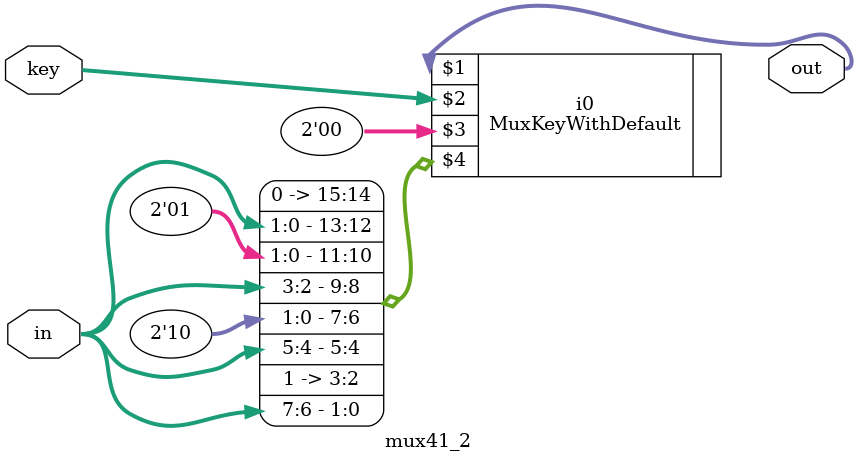
<source format=v>
module mux41_2(
    input [4*2-1:0] in,
    input [1:0] key,
    output [1:0] out
);
MuxKeyWithDefault #(4,2,2) i0 (
    out,key,2'b0,{
        2'b00,in[1:0],
        2'b01,in[3:2],
        2'b10,in[5:4],
        2'b11,in[7:6]
    }
);
endmodule
</source>
